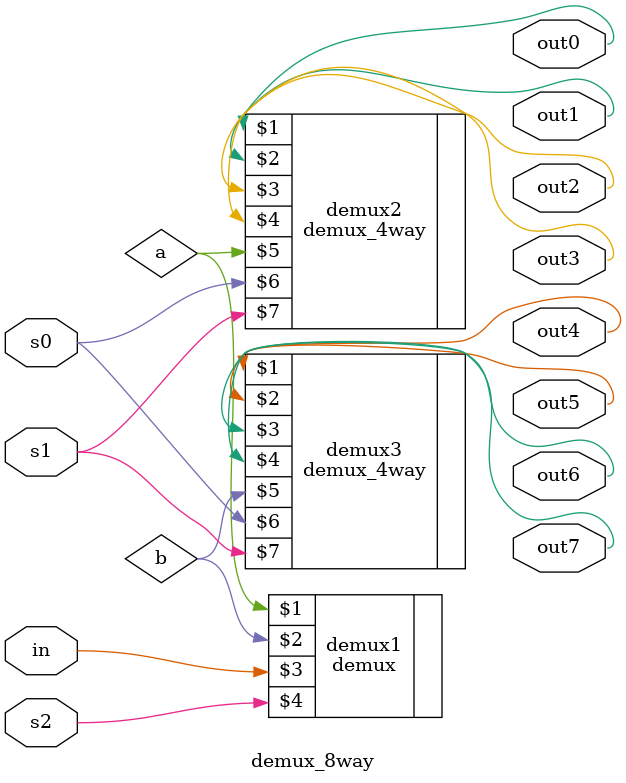
<source format=v>
module demux_8way(out0,out1,out2,out3,out4,out5,out6,out7,in,s0,s1,s2);

input in,s0,s1,s2;
output out0,out1,out2,out3,out4,out5,out6,out7;
wire a,b;

demux demux1(a,b,in,s2);

demux_4way demux2(out0,out1,out2,out3,a,s0,s1);
demux_4way demux3(out4,out5,out6,out7,b,s0,s1);

endmodule



</source>
